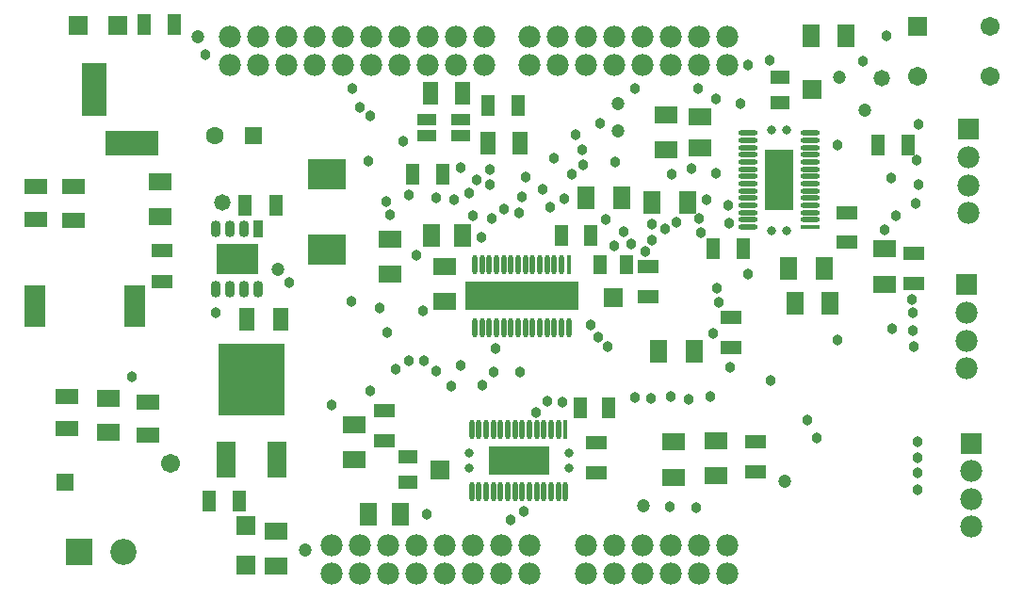
<source format=gts>
G04*
G04 #@! TF.GenerationSoftware,Altium Limited,Altium Designer,19.1.7 (138)*
G04*
G04 Layer_Color=8388736*
%FSLAX25Y25*%
%MOIN*%
G70*
G01*
G75*
%ADD15R,0.07493X0.05131*%
%ADD16R,0.05131X0.07493*%
%ADD17R,0.04540X0.07493*%
%ADD18R,0.06706X0.06706*%
%ADD19R,0.05328X0.07887*%
%ADD20R,0.21194X0.10013*%
%ADD21O,0.01732X0.06850*%
%ADD22R,0.01732X0.06850*%
%ADD23R,0.40170X0.10013*%
%ADD24C,0.04737*%
%ADD25R,0.07099X0.05131*%
%ADD26R,0.07099X0.07099*%
%ADD27R,0.06115X0.08280*%
%ADD28R,0.10013X0.21194*%
%ADD29O,0.06850X0.01732*%
%ADD30R,0.06850X0.01732*%
%ADD31R,0.08280X0.06115*%
%ADD32R,0.07493X0.04540*%
%ADD33R,0.05131X0.07099*%
%ADD34R,0.07099X0.07099*%
%ADD35R,0.07887X0.05328*%
%ADD36R,0.06706X0.04343*%
%ADD37R,0.14580X0.10642*%
%ADD38O,0.03556X0.05918*%
%ADD39R,0.03556X0.05918*%
%ADD40R,0.07493X0.14973*%
%ADD41R,0.06706X0.06706*%
%ADD42R,0.07887X0.05918*%
%ADD43R,0.05918X0.07887*%
%ADD44R,0.13792X0.10642*%
%ADD45R,0.07099X0.12611*%
%ADD46R,0.23635X0.25210*%
%ADD47R,0.07800X0.07800*%
%ADD48R,0.18910X0.08674*%
%ADD49R,0.08674X0.18910*%
%ADD50R,0.06300X0.06300*%
%ADD51C,0.07800*%
%ADD52C,0.03300*%
%ADD53C,0.06706*%
%ADD54R,0.09265X0.09265*%
%ADD55C,0.09265*%
%ADD56C,0.06312*%
%ADD57R,0.06312X0.06312*%
%ADD58C,0.03800*%
%ADD59C,0.05800*%
D15*
X296500Y141318D02*
D03*
Y131082D02*
D03*
D16*
X195582Y133200D02*
D03*
X205818D02*
D03*
X202082Y72200D02*
D03*
X212318D02*
D03*
D17*
X81415Y39400D02*
D03*
X70785D02*
D03*
X94512Y144000D02*
D03*
X83488D02*
D03*
X153515Y154900D02*
D03*
X142885D02*
D03*
X58415Y207900D02*
D03*
X47785D02*
D03*
X169470Y179200D02*
D03*
X180100D02*
D03*
X259915Y128600D02*
D03*
X249285D02*
D03*
X318215Y165400D02*
D03*
X307585D02*
D03*
D18*
X83800Y30590D02*
D03*
Y16810D02*
D03*
D19*
X96206Y103800D02*
D03*
X84395D02*
D03*
X149200Y183600D02*
D03*
X160617D02*
D03*
X169491Y165900D02*
D03*
X180909D02*
D03*
D20*
X180433Y53744D02*
D03*
X181533Y111844D02*
D03*
D21*
X163799Y42720D02*
D03*
X166358D02*
D03*
X168917D02*
D03*
X171476D02*
D03*
X174035D02*
D03*
X176594D02*
D03*
X179154D02*
D03*
X181713D02*
D03*
X184272D02*
D03*
X186831D02*
D03*
X189390D02*
D03*
X191949D02*
D03*
X194508D02*
D03*
X197067D02*
D03*
X163799Y64768D02*
D03*
X166358D02*
D03*
X168917D02*
D03*
X171476D02*
D03*
X174035D02*
D03*
X176594D02*
D03*
X179154D02*
D03*
X181713D02*
D03*
X184272D02*
D03*
X186831D02*
D03*
X189390D02*
D03*
X191949D02*
D03*
X194508D02*
D03*
X164899Y100821D02*
D03*
X167458D02*
D03*
X170017D02*
D03*
X172576D02*
D03*
X175135D02*
D03*
X177694D02*
D03*
X180254D02*
D03*
X182813D02*
D03*
X185372D02*
D03*
X187931D02*
D03*
X190490D02*
D03*
X193049D02*
D03*
X195608D02*
D03*
X198167D02*
D03*
X164899Y122868D02*
D03*
X167458D02*
D03*
X170017D02*
D03*
X172576D02*
D03*
X175135D02*
D03*
X177694D02*
D03*
X180254D02*
D03*
X182813D02*
D03*
X185372D02*
D03*
X187931D02*
D03*
X190490D02*
D03*
X193049D02*
D03*
X195608D02*
D03*
D22*
X197067Y64768D02*
D03*
X198167Y122868D02*
D03*
D23*
X181533Y111844D02*
D03*
D24*
X303000Y177600D02*
D03*
X293900Y189400D02*
D03*
X95200Y121200D02*
D03*
X215500Y170400D02*
D03*
X215700Y180000D02*
D03*
X274500Y46400D02*
D03*
X224500Y37800D02*
D03*
X66929Y203715D02*
D03*
X104800Y22000D02*
D03*
D25*
X272891Y189428D02*
D03*
Y180372D02*
D03*
X141091Y55028D02*
D03*
Y45972D02*
D03*
D26*
X284309Y184900D02*
D03*
X152509Y50500D02*
D03*
D27*
X296202Y203900D02*
D03*
X283998D02*
D03*
X288499Y121800D02*
D03*
X275901D02*
D03*
X278101Y109300D02*
D03*
X290699D02*
D03*
X240300Y145100D02*
D03*
X227702D02*
D03*
X216900Y146600D02*
D03*
X204302D02*
D03*
X230002Y92300D02*
D03*
X242600D02*
D03*
D28*
X272644Y152949D02*
D03*
D29*
X261620Y169583D02*
D03*
Y167024D02*
D03*
Y164465D02*
D03*
Y161906D02*
D03*
Y159346D02*
D03*
Y156787D02*
D03*
Y154228D02*
D03*
Y151669D02*
D03*
Y149110D02*
D03*
Y146551D02*
D03*
Y143992D02*
D03*
Y141433D02*
D03*
Y138874D02*
D03*
Y136315D02*
D03*
X283668Y169583D02*
D03*
Y167024D02*
D03*
Y164465D02*
D03*
Y161906D02*
D03*
Y159346D02*
D03*
Y156787D02*
D03*
Y154228D02*
D03*
Y151669D02*
D03*
Y149110D02*
D03*
Y146551D02*
D03*
Y143992D02*
D03*
Y141433D02*
D03*
Y138874D02*
D03*
D30*
Y136315D02*
D03*
D31*
X154200Y109901D02*
D03*
Y122499D02*
D03*
X94600Y16498D02*
D03*
Y28702D02*
D03*
X309800Y128699D02*
D03*
Y116101D02*
D03*
X232500Y175902D02*
D03*
Y163698D02*
D03*
X135000Y119798D02*
D03*
Y132002D02*
D03*
X235200Y60400D02*
D03*
Y47802D02*
D03*
X250300Y48202D02*
D03*
Y60800D02*
D03*
X122300Y54098D02*
D03*
Y66302D02*
D03*
X35300Y75802D02*
D03*
Y63598D02*
D03*
X53700Y152302D02*
D03*
Y140098D02*
D03*
D32*
X132800Y71430D02*
D03*
Y60800D02*
D03*
X255700Y104415D02*
D03*
Y93785D02*
D03*
X264400Y60300D02*
D03*
Y49670D02*
D03*
X207900Y60000D02*
D03*
Y49370D02*
D03*
X320300Y116285D02*
D03*
Y126915D02*
D03*
X226100Y122215D02*
D03*
Y111585D02*
D03*
X54100Y127912D02*
D03*
Y116888D02*
D03*
D33*
X218428Y122909D02*
D03*
X209372D02*
D03*
D34*
X213900Y111491D02*
D03*
D35*
X9600Y138894D02*
D03*
Y150706D02*
D03*
X22900Y150505D02*
D03*
Y138695D02*
D03*
X49100Y62791D02*
D03*
Y74209D02*
D03*
X20500Y76309D02*
D03*
Y64891D02*
D03*
D36*
X160002Y168715D02*
D03*
Y174285D02*
D03*
X147798Y168715D02*
D03*
Y174295D02*
D03*
D37*
X81000Y125000D02*
D03*
D38*
X73126Y114173D02*
D03*
X78126D02*
D03*
X83126D02*
D03*
X88126D02*
D03*
X73126Y135827D02*
D03*
X78126D02*
D03*
X83126D02*
D03*
D39*
X88126D02*
D03*
D40*
X9284Y108500D02*
D03*
X44717D02*
D03*
D41*
X24710Y207700D02*
D03*
X38490D02*
D03*
X321705Y207358D02*
D03*
D42*
X244612Y164476D02*
D03*
Y175500D02*
D03*
D43*
X160524Y133500D02*
D03*
X149500D02*
D03*
X127388Y34600D02*
D03*
X138412D02*
D03*
D44*
X112500Y128314D02*
D03*
Y155086D02*
D03*
D45*
X76984Y54012D02*
D03*
X95016D02*
D03*
D46*
X86000Y82358D02*
D03*
D47*
X180433Y53744D02*
D03*
X340700Y59828D02*
D03*
X339500Y170843D02*
D03*
X339000Y115842D02*
D03*
D48*
X43701Y166142D02*
D03*
D49*
X30315Y185039D02*
D03*
D50*
X19800Y46000D02*
D03*
D51*
X340700Y49985D02*
D03*
Y40143D02*
D03*
Y30300D02*
D03*
X339500Y161000D02*
D03*
Y151157D02*
D03*
Y141315D02*
D03*
X339000Y106000D02*
D03*
Y96157D02*
D03*
Y86315D02*
D03*
X78173Y193622D02*
D03*
X88173D02*
D03*
X98173D02*
D03*
X108173D02*
D03*
X118173D02*
D03*
X128173D02*
D03*
X138173D02*
D03*
X148173D02*
D03*
X158173D02*
D03*
X168173D02*
D03*
X184173Y203622D02*
D03*
Y193622D02*
D03*
X194173Y203622D02*
D03*
Y193622D02*
D03*
X204173Y203622D02*
D03*
Y193622D02*
D03*
X214173Y203622D02*
D03*
Y193622D02*
D03*
X224173Y203622D02*
D03*
Y193622D02*
D03*
X234173Y203622D02*
D03*
Y193622D02*
D03*
X244173Y203622D02*
D03*
Y193622D02*
D03*
X254173Y203622D02*
D03*
Y193622D02*
D03*
X184173Y13622D02*
D03*
Y23622D02*
D03*
X174173Y13622D02*
D03*
Y23622D02*
D03*
X164173Y13622D02*
D03*
Y23622D02*
D03*
X154173Y13622D02*
D03*
Y23622D02*
D03*
X144173Y13622D02*
D03*
Y23622D02*
D03*
X134173Y13622D02*
D03*
Y23622D02*
D03*
X124173Y13622D02*
D03*
Y23622D02*
D03*
X114173Y13622D02*
D03*
Y23622D02*
D03*
X254173Y13622D02*
D03*
Y23622D02*
D03*
X244173Y13622D02*
D03*
Y23622D02*
D03*
X234173Y13622D02*
D03*
Y23622D02*
D03*
X224173Y13622D02*
D03*
Y23622D02*
D03*
X214173Y13622D02*
D03*
Y23622D02*
D03*
X204173D02*
D03*
X168173Y203622D02*
D03*
X158173D02*
D03*
X148173D02*
D03*
X138173D02*
D03*
X128173D02*
D03*
X118173D02*
D03*
X108173D02*
D03*
X98173D02*
D03*
X88173D02*
D03*
X78173D02*
D03*
X204173Y13622D02*
D03*
D52*
X188799Y56500D02*
D03*
Y50988D02*
D03*
X171870D02*
D03*
Y56500D02*
D03*
X177382Y50988D02*
D03*
Y56500D02*
D03*
X182500Y50988D02*
D03*
Y56500D02*
D03*
X162815Y50988D02*
D03*
Y56500D02*
D03*
X198248Y50988D02*
D03*
Y56500D02*
D03*
X189899Y114600D02*
D03*
Y109088D02*
D03*
X172970D02*
D03*
Y114600D02*
D03*
X178482Y109088D02*
D03*
Y114600D02*
D03*
X183600Y109088D02*
D03*
Y114600D02*
D03*
X163915Y109088D02*
D03*
Y114600D02*
D03*
X199348Y109088D02*
D03*
Y114600D02*
D03*
X275400Y144583D02*
D03*
X269888D02*
D03*
Y161512D02*
D03*
X275400D02*
D03*
X269888Y156000D02*
D03*
X275400D02*
D03*
X269888Y150882D02*
D03*
X275400D02*
D03*
X269888Y170567D02*
D03*
X275400D02*
D03*
X269888Y135134D02*
D03*
X275400D02*
D03*
D53*
X321705Y189642D02*
D03*
X347295D02*
D03*
Y207358D02*
D03*
X57229Y52800D02*
D03*
D54*
X24909Y21500D02*
D03*
D55*
X40500D02*
D03*
D56*
X72921Y168600D02*
D03*
D57*
X86700D02*
D03*
D58*
X212000Y94100D02*
D03*
X221700Y75850D02*
D03*
X190500Y74600D02*
D03*
X186500Y70600D02*
D03*
X196000Y74300D02*
D03*
X147800Y34600D02*
D03*
X227200Y75700D02*
D03*
X234300Y76500D02*
D03*
X240700Y75400D02*
D03*
X171700Y84900D02*
D03*
X167500Y80200D02*
D03*
X202800Y163600D02*
D03*
X200600Y169000D02*
D03*
X203100Y158400D02*
D03*
X250700Y114800D02*
D03*
X205900Y101600D02*
D03*
X156500Y80000D02*
D03*
X151200Y85200D02*
D03*
X127800Y78400D02*
D03*
X248100Y76200D02*
D03*
X208600Y97400D02*
D03*
X251200Y109600D02*
D03*
X244900Y134200D02*
D03*
X199200Y154900D02*
D03*
X191654Y143488D02*
D03*
X188954Y149717D02*
D03*
X182802Y153900D02*
D03*
X196600Y146200D02*
D03*
X146700Y106700D02*
D03*
X144300Y126300D02*
D03*
X160000Y87400D02*
D03*
X172400Y93500D02*
D03*
X234000Y37400D02*
D03*
X182200Y35800D02*
D03*
X177600Y32700D02*
D03*
X227700Y131800D02*
D03*
X220300Y130300D02*
D03*
X225155Y127600D02*
D03*
X211400Y138900D02*
D03*
X217500Y134600D02*
D03*
X214100Y129700D02*
D03*
X227700Y137300D02*
D03*
X232400Y135600D02*
D03*
X250100Y181600D02*
D03*
X261600Y119600D02*
D03*
X244200Y139300D02*
D03*
X236400Y138000D02*
D03*
X164200Y140400D02*
D03*
X181700Y146900D02*
D03*
X180600Y141300D02*
D03*
X180900Y84900D02*
D03*
X293400Y165200D02*
D03*
X243900Y185300D02*
D03*
X258900Y180100D02*
D03*
X170300Y151400D02*
D03*
X165700Y153000D02*
D03*
X160000Y157300D02*
D03*
X170200Y156800D02*
D03*
X162900Y148200D02*
D03*
X157700Y146100D02*
D03*
X175200Y142700D02*
D03*
X170915Y139288D02*
D03*
X146900Y89100D02*
D03*
X141700Y88900D02*
D03*
X136900Y85900D02*
D03*
X249300Y98700D02*
D03*
X167200Y132600D02*
D03*
X319500Y110600D02*
D03*
X320100Y93900D02*
D03*
X319900Y99700D02*
D03*
Y105900D02*
D03*
X321500Y43400D02*
D03*
Y49200D02*
D03*
X321700Y54800D02*
D03*
X321600Y60200D02*
D03*
X285800Y61600D02*
D03*
X269700Y82000D02*
D03*
X255100Y86600D02*
D03*
X282500Y68000D02*
D03*
X293300Y96500D02*
D03*
X313800Y140400D02*
D03*
X321300Y160000D02*
D03*
X322050Y151300D02*
D03*
X73100Y106100D02*
D03*
X69600Y197400D02*
D03*
X192900Y160700D02*
D03*
X309800Y135200D02*
D03*
X312300Y153600D02*
D03*
X241600Y157100D02*
D03*
X269400Y195500D02*
D03*
X302100Y195000D02*
D03*
X310600Y204100D02*
D03*
X320900Y144800D02*
D03*
X321800Y172700D02*
D03*
X312500Y100200D02*
D03*
X209400Y172900D02*
D03*
X133600Y145300D02*
D03*
X246800Y146100D02*
D03*
X124100Y178700D02*
D03*
X99375Y116600D02*
D03*
X134900Y140602D02*
D03*
X131200Y107802D02*
D03*
X133800Y98900D02*
D03*
X121300Y109900D02*
D03*
X43700Y83400D02*
D03*
X250150Y155250D02*
D03*
X234625Y155100D02*
D03*
X254800Y137800D02*
D03*
X254600Y144100D02*
D03*
X114400Y73500D02*
D03*
X221500Y185300D02*
D03*
X139700Y166800D02*
D03*
X151115Y146588D02*
D03*
X141573Y147800D02*
D03*
X214600Y159400D02*
D03*
X127150Y159750D02*
D03*
X261700Y193700D02*
D03*
X121700Y185400D02*
D03*
X128000Y175800D02*
D03*
X243400Y37100D02*
D03*
D59*
X308900Y189100D02*
D03*
X75500Y145000D02*
D03*
M02*

</source>
